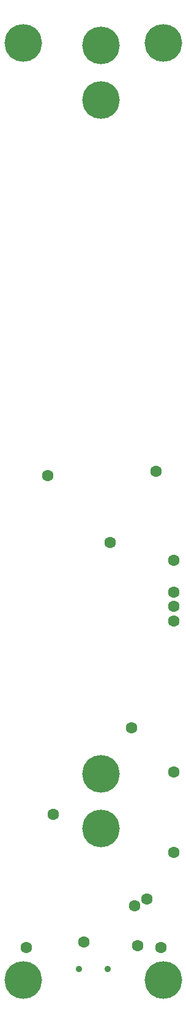
<source format=gbr>
%FSLAX34Y34*%
%MOMM*%
%LNSOLDERMASK_TOP*%
G71*
G01*
%ADD10C, 1.60*%
%ADD11C, 0.90*%
%ADD12C, 5.20*%
%ADD13C, 5.20*%
%LPD*%
X-63912Y352756D02*
G54D10*
D03*
X-213575Y346981D02*
G54D10*
D03*
X-39298Y230188D02*
G54D10*
D03*
X-127412Y254330D02*
G54D10*
D03*
X-39298Y186264D02*
G54D10*
D03*
X-39298Y166264D02*
G54D10*
D03*
X-39298Y146264D02*
G54D10*
D03*
X-97931Y-1360D02*
G54D10*
D03*
X-39218Y-61660D02*
G54D10*
D03*
X-39300Y-172870D02*
G54D10*
D03*
X-76788Y-237418D02*
G54D10*
D03*
X-93600Y-246938D02*
G54D10*
D03*
X-130810Y-333860D02*
G54D11*
D03*
X-170810Y-333860D02*
G54D11*
D03*
X-89631Y-301707D02*
G54D10*
D03*
X-164161Y-296862D02*
G54D10*
D03*
X-243800Y-304260D02*
G54D10*
D03*
X-206297Y-120114D02*
G54D10*
D03*
X-56990Y-303846D02*
G54D10*
D03*
X-53975Y-348672D02*
G54D12*
D03*
X-247650Y-348672D02*
G54D12*
D03*
X-53975Y943553D02*
G54D12*
D03*
X-247650Y943553D02*
G54D12*
D03*
X-140036Y940317D02*
G54D13*
D03*
X-140141Y-139682D02*
G54D13*
D03*
X-140035Y865313D02*
G54D13*
D03*
X-140142Y-64678D02*
G54D13*
D03*
M02*

</source>
